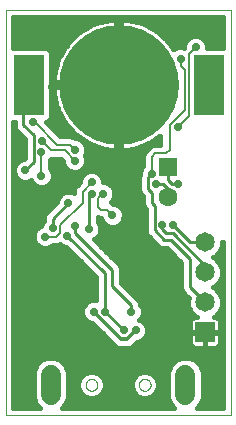
<source format=gbl>
G75*
%MOIN*%
%OFA0B0*%
%FSLAX25Y25*%
%IPPOS*%
%LPD*%
%AMOC8*
5,1,8,0,0,1.08239X$1,22.5*
%
%ADD10C,0.00000*%
%ADD11C,0.06600*%
%ADD12C,0.40000*%
%ADD13R,0.10000X0.20000*%
%ADD14R,0.06500X0.06500*%
%ADD15C,0.06500*%
%ADD16R,0.06299X0.06299*%
%ADD17C,0.06299*%
%ADD18C,0.01600*%
%ADD19C,0.02775*%
%ADD20C,0.01200*%
%ADD21C,0.01000*%
%ADD22C,0.00800*%
D10*
X0035145Y0060631D02*
X0035145Y0195631D01*
X0110145Y0195631D01*
X0110145Y0060631D01*
X0035145Y0060631D01*
X0061817Y0070631D02*
X0061819Y0070719D01*
X0061825Y0070807D01*
X0061835Y0070895D01*
X0061849Y0070983D01*
X0061866Y0071069D01*
X0061888Y0071155D01*
X0061913Y0071239D01*
X0061943Y0071323D01*
X0061975Y0071405D01*
X0062012Y0071485D01*
X0062052Y0071564D01*
X0062096Y0071641D01*
X0062143Y0071716D01*
X0062193Y0071788D01*
X0062247Y0071859D01*
X0062303Y0071926D01*
X0062363Y0071992D01*
X0062425Y0072054D01*
X0062491Y0072114D01*
X0062558Y0072170D01*
X0062629Y0072224D01*
X0062701Y0072274D01*
X0062776Y0072321D01*
X0062853Y0072365D01*
X0062932Y0072405D01*
X0063012Y0072442D01*
X0063094Y0072474D01*
X0063178Y0072504D01*
X0063262Y0072529D01*
X0063348Y0072551D01*
X0063434Y0072568D01*
X0063522Y0072582D01*
X0063610Y0072592D01*
X0063698Y0072598D01*
X0063786Y0072600D01*
X0063874Y0072598D01*
X0063962Y0072592D01*
X0064050Y0072582D01*
X0064138Y0072568D01*
X0064224Y0072551D01*
X0064310Y0072529D01*
X0064394Y0072504D01*
X0064478Y0072474D01*
X0064560Y0072442D01*
X0064640Y0072405D01*
X0064719Y0072365D01*
X0064796Y0072321D01*
X0064871Y0072274D01*
X0064943Y0072224D01*
X0065014Y0072170D01*
X0065081Y0072114D01*
X0065147Y0072054D01*
X0065209Y0071992D01*
X0065269Y0071926D01*
X0065325Y0071859D01*
X0065379Y0071788D01*
X0065429Y0071716D01*
X0065476Y0071641D01*
X0065520Y0071564D01*
X0065560Y0071485D01*
X0065597Y0071405D01*
X0065629Y0071323D01*
X0065659Y0071239D01*
X0065684Y0071155D01*
X0065706Y0071069D01*
X0065723Y0070983D01*
X0065737Y0070895D01*
X0065747Y0070807D01*
X0065753Y0070719D01*
X0065755Y0070631D01*
X0065753Y0070543D01*
X0065747Y0070455D01*
X0065737Y0070367D01*
X0065723Y0070279D01*
X0065706Y0070193D01*
X0065684Y0070107D01*
X0065659Y0070023D01*
X0065629Y0069939D01*
X0065597Y0069857D01*
X0065560Y0069777D01*
X0065520Y0069698D01*
X0065476Y0069621D01*
X0065429Y0069546D01*
X0065379Y0069474D01*
X0065325Y0069403D01*
X0065269Y0069336D01*
X0065209Y0069270D01*
X0065147Y0069208D01*
X0065081Y0069148D01*
X0065014Y0069092D01*
X0064943Y0069038D01*
X0064871Y0068988D01*
X0064796Y0068941D01*
X0064719Y0068897D01*
X0064640Y0068857D01*
X0064560Y0068820D01*
X0064478Y0068788D01*
X0064394Y0068758D01*
X0064310Y0068733D01*
X0064224Y0068711D01*
X0064138Y0068694D01*
X0064050Y0068680D01*
X0063962Y0068670D01*
X0063874Y0068664D01*
X0063786Y0068662D01*
X0063698Y0068664D01*
X0063610Y0068670D01*
X0063522Y0068680D01*
X0063434Y0068694D01*
X0063348Y0068711D01*
X0063262Y0068733D01*
X0063178Y0068758D01*
X0063094Y0068788D01*
X0063012Y0068820D01*
X0062932Y0068857D01*
X0062853Y0068897D01*
X0062776Y0068941D01*
X0062701Y0068988D01*
X0062629Y0069038D01*
X0062558Y0069092D01*
X0062491Y0069148D01*
X0062425Y0069208D01*
X0062363Y0069270D01*
X0062303Y0069336D01*
X0062247Y0069403D01*
X0062193Y0069474D01*
X0062143Y0069546D01*
X0062096Y0069621D01*
X0062052Y0069698D01*
X0062012Y0069777D01*
X0061975Y0069857D01*
X0061943Y0069939D01*
X0061913Y0070023D01*
X0061888Y0070107D01*
X0061866Y0070193D01*
X0061849Y0070279D01*
X0061835Y0070367D01*
X0061825Y0070455D01*
X0061819Y0070543D01*
X0061817Y0070631D01*
X0079534Y0070631D02*
X0079536Y0070719D01*
X0079542Y0070807D01*
X0079552Y0070895D01*
X0079566Y0070983D01*
X0079583Y0071069D01*
X0079605Y0071155D01*
X0079630Y0071239D01*
X0079660Y0071323D01*
X0079692Y0071405D01*
X0079729Y0071485D01*
X0079769Y0071564D01*
X0079813Y0071641D01*
X0079860Y0071716D01*
X0079910Y0071788D01*
X0079964Y0071859D01*
X0080020Y0071926D01*
X0080080Y0071992D01*
X0080142Y0072054D01*
X0080208Y0072114D01*
X0080275Y0072170D01*
X0080346Y0072224D01*
X0080418Y0072274D01*
X0080493Y0072321D01*
X0080570Y0072365D01*
X0080649Y0072405D01*
X0080729Y0072442D01*
X0080811Y0072474D01*
X0080895Y0072504D01*
X0080979Y0072529D01*
X0081065Y0072551D01*
X0081151Y0072568D01*
X0081239Y0072582D01*
X0081327Y0072592D01*
X0081415Y0072598D01*
X0081503Y0072600D01*
X0081591Y0072598D01*
X0081679Y0072592D01*
X0081767Y0072582D01*
X0081855Y0072568D01*
X0081941Y0072551D01*
X0082027Y0072529D01*
X0082111Y0072504D01*
X0082195Y0072474D01*
X0082277Y0072442D01*
X0082357Y0072405D01*
X0082436Y0072365D01*
X0082513Y0072321D01*
X0082588Y0072274D01*
X0082660Y0072224D01*
X0082731Y0072170D01*
X0082798Y0072114D01*
X0082864Y0072054D01*
X0082926Y0071992D01*
X0082986Y0071926D01*
X0083042Y0071859D01*
X0083096Y0071788D01*
X0083146Y0071716D01*
X0083193Y0071641D01*
X0083237Y0071564D01*
X0083277Y0071485D01*
X0083314Y0071405D01*
X0083346Y0071323D01*
X0083376Y0071239D01*
X0083401Y0071155D01*
X0083423Y0071069D01*
X0083440Y0070983D01*
X0083454Y0070895D01*
X0083464Y0070807D01*
X0083470Y0070719D01*
X0083472Y0070631D01*
X0083470Y0070543D01*
X0083464Y0070455D01*
X0083454Y0070367D01*
X0083440Y0070279D01*
X0083423Y0070193D01*
X0083401Y0070107D01*
X0083376Y0070023D01*
X0083346Y0069939D01*
X0083314Y0069857D01*
X0083277Y0069777D01*
X0083237Y0069698D01*
X0083193Y0069621D01*
X0083146Y0069546D01*
X0083096Y0069474D01*
X0083042Y0069403D01*
X0082986Y0069336D01*
X0082926Y0069270D01*
X0082864Y0069208D01*
X0082798Y0069148D01*
X0082731Y0069092D01*
X0082660Y0069038D01*
X0082588Y0068988D01*
X0082513Y0068941D01*
X0082436Y0068897D01*
X0082357Y0068857D01*
X0082277Y0068820D01*
X0082195Y0068788D01*
X0082111Y0068758D01*
X0082027Y0068733D01*
X0081941Y0068711D01*
X0081855Y0068694D01*
X0081767Y0068680D01*
X0081679Y0068670D01*
X0081591Y0068664D01*
X0081503Y0068662D01*
X0081415Y0068664D01*
X0081327Y0068670D01*
X0081239Y0068680D01*
X0081151Y0068694D01*
X0081065Y0068711D01*
X0080979Y0068733D01*
X0080895Y0068758D01*
X0080811Y0068788D01*
X0080729Y0068820D01*
X0080649Y0068857D01*
X0080570Y0068897D01*
X0080493Y0068941D01*
X0080418Y0068988D01*
X0080346Y0069038D01*
X0080275Y0069092D01*
X0080208Y0069148D01*
X0080142Y0069208D01*
X0080080Y0069270D01*
X0080020Y0069336D01*
X0079964Y0069403D01*
X0079910Y0069474D01*
X0079860Y0069546D01*
X0079813Y0069621D01*
X0079769Y0069698D01*
X0079729Y0069777D01*
X0079692Y0069857D01*
X0079660Y0069939D01*
X0079630Y0070023D01*
X0079605Y0070107D01*
X0079583Y0070193D01*
X0079566Y0070279D01*
X0079552Y0070367D01*
X0079542Y0070455D01*
X0079536Y0070543D01*
X0079534Y0070631D01*
D11*
X0095086Y0067331D02*
X0095086Y0073931D01*
X0050204Y0073931D02*
X0050204Y0067331D01*
D12*
X0072895Y0170631D03*
D13*
X0042895Y0170631D03*
X0102895Y0170631D03*
D14*
X0101645Y0088131D03*
D15*
X0101645Y0098131D03*
X0101645Y0108131D03*
X0101645Y0118131D03*
D16*
X0089145Y0143131D03*
D17*
X0089145Y0133131D03*
D18*
X0081932Y0129117D02*
X0081932Y0121617D01*
X0082374Y0120551D01*
X0083189Y0119735D01*
X0086314Y0116610D01*
X0087380Y0116168D01*
X0088943Y0116168D01*
X0093745Y0111367D01*
X0093745Y0102554D01*
X0094186Y0101488D01*
X0095002Y0100672D01*
X0096119Y0099555D01*
X0095995Y0099255D01*
X0095995Y0097007D01*
X0096855Y0094930D01*
X0098444Y0093341D01*
X0098831Y0093181D01*
X0098158Y0093181D01*
X0097700Y0093058D01*
X0097289Y0092821D01*
X0096954Y0092486D01*
X0096717Y0092076D01*
X0096595Y0091618D01*
X0096595Y0088206D01*
X0101570Y0088206D01*
X0101570Y0088056D01*
X0101720Y0088056D01*
X0101720Y0088206D01*
X0106695Y0088206D01*
X0106695Y0091618D01*
X0106572Y0092076D01*
X0106335Y0092486D01*
X0106000Y0092821D01*
X0105589Y0093058D01*
X0105132Y0093181D01*
X0104458Y0093181D01*
X0104845Y0093341D01*
X0106434Y0094930D01*
X0107295Y0097007D01*
X0107295Y0099255D01*
X0106434Y0101331D01*
X0104845Y0102921D01*
X0104338Y0103131D01*
X0104845Y0103341D01*
X0106434Y0104930D01*
X0107295Y0107007D01*
X0107295Y0109255D01*
X0106434Y0111331D01*
X0104845Y0112921D01*
X0104338Y0113131D01*
X0104845Y0113341D01*
X0106434Y0114930D01*
X0107295Y0117007D01*
X0107295Y0118131D01*
X0107745Y0118131D01*
X0107745Y0063031D01*
X0098847Y0063031D01*
X0099918Y0064102D01*
X0100786Y0066197D01*
X0100786Y0075065D01*
X0099918Y0077160D01*
X0098314Y0078763D01*
X0096219Y0079631D01*
X0093952Y0079631D01*
X0091857Y0078763D01*
X0090253Y0077160D01*
X0089386Y0075065D01*
X0089386Y0066197D01*
X0090253Y0064102D01*
X0091325Y0063031D01*
X0053965Y0063031D01*
X0055036Y0064102D01*
X0055904Y0066197D01*
X0055904Y0075065D01*
X0055036Y0077160D01*
X0053432Y0078763D01*
X0051337Y0079631D01*
X0049070Y0079631D01*
X0046975Y0078763D01*
X0045371Y0077160D01*
X0044504Y0075065D01*
X0044504Y0066197D01*
X0045371Y0064102D01*
X0046443Y0063031D01*
X0037545Y0063031D01*
X0037545Y0158231D01*
X0038182Y0158231D01*
X0038182Y0156617D01*
X0038624Y0155551D01*
X0041620Y0152555D01*
X0041620Y0146207D01*
X0041393Y0145981D01*
X0040954Y0145981D01*
X0039562Y0145404D01*
X0038496Y0144339D01*
X0037920Y0142947D01*
X0037920Y0141440D01*
X0038496Y0140048D01*
X0039562Y0138983D01*
X0040954Y0138406D01*
X0042460Y0138406D01*
X0043529Y0138849D01*
X0043809Y0138173D01*
X0044874Y0137108D01*
X0046266Y0136531D01*
X0047773Y0136531D01*
X0049165Y0137108D01*
X0050230Y0138173D01*
X0050807Y0139565D01*
X0050807Y0141072D01*
X0050230Y0142464D01*
X0049820Y0142875D01*
X0049820Y0145575D01*
X0050201Y0145956D01*
X0053610Y0145956D01*
X0054420Y0145146D01*
X0054420Y0144565D01*
X0054996Y0143173D01*
X0056062Y0142108D01*
X0057454Y0141531D01*
X0058960Y0141531D01*
X0060352Y0142108D01*
X0061418Y0143173D01*
X0061994Y0144565D01*
X0061994Y0146072D01*
X0061530Y0147193D01*
X0061994Y0148315D01*
X0061994Y0149822D01*
X0061418Y0151214D01*
X0060352Y0152279D01*
X0058960Y0152856D01*
X0058379Y0152856D01*
X0058231Y0153005D01*
X0057202Y0153431D01*
X0053429Y0153431D01*
X0048554Y0158306D01*
X0049254Y0158596D01*
X0049929Y0159271D01*
X0050295Y0160154D01*
X0050295Y0181108D01*
X0049929Y0181990D01*
X0049254Y0182666D01*
X0048372Y0183031D01*
X0037545Y0183031D01*
X0037545Y0193231D01*
X0107745Y0193231D01*
X0107745Y0183031D01*
X0102307Y0183031D01*
X0102307Y0183884D01*
X0101730Y0185276D01*
X0100665Y0186342D01*
X0099273Y0186918D01*
X0097766Y0186918D01*
X0096374Y0186342D01*
X0095309Y0185276D01*
X0094732Y0183884D01*
X0094732Y0183303D01*
X0094502Y0183073D01*
X0094273Y0183168D01*
X0092766Y0183168D01*
X0091374Y0182592D01*
X0091224Y0182442D01*
X0091035Y0182752D01*
X0090028Y0184138D01*
X0088915Y0185440D01*
X0087704Y0186651D01*
X0086401Y0187764D01*
X0085015Y0188771D01*
X0083555Y0189666D01*
X0082028Y0190444D01*
X0080446Y0191099D01*
X0078817Y0191629D01*
X0077151Y0192029D01*
X0075459Y0192296D01*
X0073751Y0192431D01*
X0073695Y0192431D01*
X0073695Y0171431D01*
X0072095Y0171431D01*
X0072095Y0192431D01*
X0072038Y0192431D01*
X0070330Y0192296D01*
X0068638Y0192029D01*
X0066973Y0191629D01*
X0065343Y0191099D01*
X0063761Y0190444D01*
X0062234Y0189666D01*
X0060774Y0188771D01*
X0059388Y0187764D01*
X0058085Y0186651D01*
X0056874Y0185440D01*
X0055761Y0184138D01*
X0054755Y0182752D01*
X0053859Y0181291D01*
X0053082Y0179765D01*
X0052426Y0178182D01*
X0051897Y0176553D01*
X0051497Y0174887D01*
X0051229Y0173195D01*
X0051095Y0171487D01*
X0051095Y0171431D01*
X0072095Y0171431D01*
X0072095Y0169831D01*
X0073695Y0169831D01*
X0073695Y0148831D01*
X0073751Y0148831D01*
X0075459Y0148965D01*
X0077151Y0149233D01*
X0078817Y0149633D01*
X0080446Y0150163D01*
X0082028Y0150818D01*
X0083555Y0151596D01*
X0085015Y0152491D01*
X0086401Y0153498D01*
X0086645Y0153706D01*
X0086645Y0150618D01*
X0084525Y0150618D01*
X0083496Y0150192D01*
X0082246Y0148942D01*
X0081458Y0148154D01*
X0081032Y0147125D01*
X0081032Y0143500D01*
X0080621Y0143089D01*
X0080045Y0141697D01*
X0080045Y0141057D01*
X0079745Y0140333D01*
X0079745Y0135367D01*
X0080186Y0134301D01*
X0080995Y0133492D01*
X0080995Y0130679D01*
X0081436Y0129613D01*
X0081932Y0129117D01*
X0081682Y0129367D02*
X0073890Y0129367D01*
X0073918Y0129339D02*
X0072852Y0130404D01*
X0071460Y0130981D01*
X0070879Y0130981D01*
X0070418Y0131442D01*
X0070122Y0131565D01*
X0070793Y0132236D01*
X0071369Y0133628D01*
X0071369Y0135134D01*
X0070793Y0136526D01*
X0069727Y0137592D01*
X0068335Y0138168D01*
X0067619Y0138168D01*
X0067619Y0138884D01*
X0067043Y0140276D01*
X0065977Y0141342D01*
X0064585Y0141918D01*
X0063079Y0141918D01*
X0061687Y0141342D01*
X0060621Y0140276D01*
X0060045Y0138884D01*
X0060045Y0138303D01*
X0059184Y0137442D01*
X0058396Y0136654D01*
X0057970Y0135625D01*
X0057970Y0134548D01*
X0056773Y0135043D01*
X0055266Y0135043D01*
X0053874Y0134467D01*
X0052809Y0133401D01*
X0052232Y0132009D01*
X0052232Y0131570D01*
X0048311Y0127649D01*
X0047870Y0126583D01*
X0047870Y0125275D01*
X0047559Y0124964D01*
X0046982Y0123572D01*
X0046124Y0123217D01*
X0045059Y0122151D01*
X0044482Y0120759D01*
X0044482Y0119253D01*
X0045059Y0117861D01*
X0046124Y0116795D01*
X0047516Y0116219D01*
X0049023Y0116219D01*
X0050415Y0116795D01*
X0050826Y0117206D01*
X0052577Y0117206D01*
X0053204Y0117466D01*
X0053562Y0117108D01*
X0054954Y0116531D01*
X0055393Y0116531D01*
X0065307Y0106617D01*
X0065307Y0105261D01*
X0065303Y0105252D01*
X0065307Y0104683D01*
X0065307Y0104117D01*
X0065311Y0104108D01*
X0065345Y0098763D01*
X0065273Y0098793D01*
X0063766Y0098793D01*
X0062374Y0098217D01*
X0061309Y0097151D01*
X0060732Y0095759D01*
X0060732Y0094253D01*
X0061309Y0092861D01*
X0062374Y0091795D01*
X0063766Y0091219D01*
X0064064Y0091219D01*
X0071039Y0084244D01*
X0071883Y0083400D01*
X0072985Y0082943D01*
X0076304Y0082943D01*
X0077406Y0083400D01*
X0078975Y0084969D01*
X0079273Y0084969D01*
X0080665Y0085545D01*
X0081730Y0086611D01*
X0082307Y0088003D01*
X0082307Y0089509D01*
X0081730Y0090901D01*
X0080665Y0091967D01*
X0079726Y0092356D01*
X0080230Y0092861D01*
X0080807Y0094253D01*
X0080807Y0095759D01*
X0080230Y0097151D01*
X0079920Y0097462D01*
X0079920Y0097708D01*
X0079478Y0098774D01*
X0078662Y0099589D01*
X0073607Y0104645D01*
X0073607Y0109395D01*
X0073166Y0110461D01*
X0064539Y0119088D01*
X0065040Y0119295D01*
X0066105Y0120361D01*
X0066682Y0121753D01*
X0066682Y0123259D01*
X0066105Y0124651D01*
X0065795Y0124962D01*
X0065795Y0126545D01*
X0066463Y0126268D01*
X0066991Y0126268D01*
X0067496Y0125048D01*
X0068562Y0123983D01*
X0069954Y0123406D01*
X0071460Y0123406D01*
X0072852Y0123983D01*
X0073918Y0125048D01*
X0074494Y0126440D01*
X0074494Y0127947D01*
X0073918Y0129339D01*
X0074494Y0127768D02*
X0081932Y0127768D01*
X0081932Y0126170D02*
X0074383Y0126170D01*
X0073441Y0124571D02*
X0081932Y0124571D01*
X0081932Y0122973D02*
X0066682Y0122973D01*
X0066525Y0121374D02*
X0082032Y0121374D01*
X0083148Y0119776D02*
X0065521Y0119776D01*
X0065449Y0118177D02*
X0084747Y0118177D01*
X0086389Y0116579D02*
X0067048Y0116579D01*
X0068646Y0114980D02*
X0090131Y0114980D01*
X0091730Y0113382D02*
X0070245Y0113382D01*
X0071843Y0111783D02*
X0093328Y0111783D01*
X0093745Y0110185D02*
X0073280Y0110185D01*
X0073607Y0108586D02*
X0093745Y0108586D01*
X0093745Y0106988D02*
X0073607Y0106988D01*
X0073607Y0105389D02*
X0093745Y0105389D01*
X0093745Y0103791D02*
X0074461Y0103791D01*
X0076059Y0102192D02*
X0093894Y0102192D01*
X0095081Y0100594D02*
X0077658Y0100594D01*
X0079257Y0098995D02*
X0095995Y0098995D01*
X0095995Y0097397D02*
X0079985Y0097397D01*
X0080791Y0095798D02*
X0096495Y0095798D01*
X0097586Y0094200D02*
X0080785Y0094200D01*
X0079971Y0092601D02*
X0097069Y0092601D01*
X0096595Y0091003D02*
X0081629Y0091003D01*
X0082307Y0089404D02*
X0096595Y0089404D01*
X0096595Y0088056D02*
X0096595Y0084644D01*
X0096717Y0084186D01*
X0096954Y0083776D01*
X0097289Y0083441D01*
X0097700Y0083204D01*
X0098158Y0083081D01*
X0101570Y0083081D01*
X0101570Y0088056D01*
X0096595Y0088056D01*
X0096595Y0087806D02*
X0082225Y0087806D01*
X0081327Y0086207D02*
X0096595Y0086207D01*
X0096604Y0084609D02*
X0078615Y0084609D01*
X0076465Y0083010D02*
X0107745Y0083010D01*
X0107745Y0081412D02*
X0037545Y0081412D01*
X0037545Y0083010D02*
X0072824Y0083010D01*
X0070674Y0084609D02*
X0037545Y0084609D01*
X0037545Y0086207D02*
X0069076Y0086207D01*
X0067477Y0087806D02*
X0037545Y0087806D01*
X0037545Y0089404D02*
X0065879Y0089404D01*
X0064280Y0091003D02*
X0037545Y0091003D01*
X0037545Y0092601D02*
X0061568Y0092601D01*
X0060754Y0094200D02*
X0037545Y0094200D01*
X0037545Y0095798D02*
X0060748Y0095798D01*
X0061554Y0097397D02*
X0037545Y0097397D01*
X0037545Y0098995D02*
X0065344Y0098995D01*
X0065333Y0100594D02*
X0037545Y0100594D01*
X0037545Y0102192D02*
X0065323Y0102192D01*
X0065313Y0103791D02*
X0037545Y0103791D01*
X0037545Y0105389D02*
X0065307Y0105389D01*
X0064937Y0106988D02*
X0037545Y0106988D01*
X0037545Y0108586D02*
X0063338Y0108586D01*
X0061740Y0110185D02*
X0037545Y0110185D01*
X0037545Y0111783D02*
X0060141Y0111783D01*
X0058542Y0113382D02*
X0037545Y0113382D01*
X0037545Y0114980D02*
X0056944Y0114980D01*
X0054838Y0116579D02*
X0049893Y0116579D01*
X0046646Y0116579D02*
X0037545Y0116579D01*
X0037545Y0118177D02*
X0044928Y0118177D01*
X0044482Y0119776D02*
X0037545Y0119776D01*
X0037545Y0121374D02*
X0044737Y0121374D01*
X0045880Y0122973D02*
X0037545Y0122973D01*
X0037545Y0124571D02*
X0047396Y0124571D01*
X0047870Y0126170D02*
X0037545Y0126170D01*
X0037545Y0127768D02*
X0048431Y0127768D01*
X0050029Y0129367D02*
X0037545Y0129367D01*
X0037545Y0130965D02*
X0051628Y0130965D01*
X0052462Y0132564D02*
X0037545Y0132564D01*
X0037545Y0134162D02*
X0053570Y0134162D01*
X0049417Y0137359D02*
X0059101Y0137359D01*
X0060075Y0138958D02*
X0050556Y0138958D01*
X0050807Y0140556D02*
X0060901Y0140556D01*
X0060400Y0142155D02*
X0080234Y0142155D01*
X0079837Y0140556D02*
X0066763Y0140556D01*
X0067589Y0138958D02*
X0079745Y0138958D01*
X0079745Y0137359D02*
X0069960Y0137359D01*
X0071110Y0135761D02*
X0079745Y0135761D01*
X0080324Y0134162D02*
X0071369Y0134162D01*
X0070929Y0132564D02*
X0080995Y0132564D01*
X0080995Y0130965D02*
X0071498Y0130965D01*
X0067973Y0124571D02*
X0066138Y0124571D01*
X0065795Y0126170D02*
X0067032Y0126170D01*
X0058026Y0135761D02*
X0037545Y0135761D01*
X0037545Y0137359D02*
X0044622Y0137359D01*
X0039621Y0138958D02*
X0037545Y0138958D01*
X0037545Y0140556D02*
X0038286Y0140556D01*
X0037920Y0142155D02*
X0037545Y0142155D01*
X0037545Y0143753D02*
X0038254Y0143753D01*
X0037545Y0145352D02*
X0039509Y0145352D01*
X0037545Y0146951D02*
X0041620Y0146951D01*
X0041620Y0148549D02*
X0037545Y0148549D01*
X0037545Y0150148D02*
X0041620Y0150148D01*
X0041620Y0151746D02*
X0037545Y0151746D01*
X0037545Y0153345D02*
X0040830Y0153345D01*
X0039231Y0154943D02*
X0037545Y0154943D01*
X0037545Y0156542D02*
X0038213Y0156542D01*
X0038182Y0158140D02*
X0037545Y0158140D01*
X0048720Y0158140D02*
X0055023Y0158140D01*
X0054755Y0158510D02*
X0053859Y0159971D01*
X0053082Y0161497D01*
X0052426Y0163080D01*
X0051897Y0164709D01*
X0051497Y0166375D01*
X0051229Y0168067D01*
X0051095Y0169774D01*
X0051095Y0169831D01*
X0072095Y0169831D01*
X0072095Y0148831D01*
X0072038Y0148831D01*
X0070330Y0148965D01*
X0068638Y0149233D01*
X0066973Y0149633D01*
X0065343Y0150163D01*
X0063761Y0150818D01*
X0062234Y0151596D01*
X0060774Y0152491D01*
X0059388Y0153498D01*
X0058085Y0154610D01*
X0056874Y0155822D01*
X0055761Y0157124D01*
X0054755Y0158510D01*
X0054002Y0159739D02*
X0050123Y0159739D01*
X0050295Y0161337D02*
X0053163Y0161337D01*
X0052486Y0162936D02*
X0050295Y0162936D01*
X0050295Y0164534D02*
X0051954Y0164534D01*
X0051555Y0166133D02*
X0050295Y0166133D01*
X0050295Y0167731D02*
X0051282Y0167731D01*
X0051130Y0169330D02*
X0050295Y0169330D01*
X0050295Y0170928D02*
X0072095Y0170928D01*
X0072095Y0169330D02*
X0073695Y0169330D01*
X0073695Y0167731D02*
X0072095Y0167731D01*
X0072095Y0166133D02*
X0073695Y0166133D01*
X0073695Y0164534D02*
X0072095Y0164534D01*
X0072095Y0162936D02*
X0073695Y0162936D01*
X0073695Y0161337D02*
X0072095Y0161337D01*
X0072095Y0159739D02*
X0073695Y0159739D01*
X0073695Y0158140D02*
X0072095Y0158140D01*
X0072095Y0156542D02*
X0073695Y0156542D01*
X0073695Y0154943D02*
X0072095Y0154943D01*
X0072095Y0153345D02*
X0073695Y0153345D01*
X0073695Y0151746D02*
X0072095Y0151746D01*
X0072095Y0150148D02*
X0073695Y0150148D01*
X0080400Y0150148D02*
X0083451Y0150148D01*
X0083800Y0151746D02*
X0086645Y0151746D01*
X0086645Y0153345D02*
X0086190Y0153345D01*
X0082246Y0148942D02*
X0082246Y0148942D01*
X0081853Y0148549D02*
X0061994Y0148549D01*
X0061860Y0150148D02*
X0065390Y0150148D01*
X0061989Y0151746D02*
X0060886Y0151746D01*
X0059599Y0153345D02*
X0057410Y0153345D01*
X0057753Y0154943D02*
X0051917Y0154943D01*
X0050319Y0156542D02*
X0056259Y0156542D01*
X0061630Y0146951D02*
X0081032Y0146951D01*
X0081032Y0145352D02*
X0061994Y0145352D01*
X0061658Y0143753D02*
X0081032Y0143753D01*
X0073695Y0172527D02*
X0072095Y0172527D01*
X0072095Y0174125D02*
X0073695Y0174125D01*
X0073695Y0175724D02*
X0072095Y0175724D01*
X0072095Y0177322D02*
X0073695Y0177322D01*
X0073695Y0178921D02*
X0072095Y0178921D01*
X0072095Y0180519D02*
X0073695Y0180519D01*
X0073695Y0182118D02*
X0072095Y0182118D01*
X0072095Y0183716D02*
X0073695Y0183716D01*
X0073695Y0185315D02*
X0072095Y0185315D01*
X0072095Y0186913D02*
X0073695Y0186913D01*
X0073695Y0188512D02*
X0072095Y0188512D01*
X0072095Y0190110D02*
X0073695Y0190110D01*
X0073695Y0191709D02*
X0072095Y0191709D01*
X0067307Y0191709D02*
X0037545Y0191709D01*
X0037545Y0190110D02*
X0063106Y0190110D01*
X0060417Y0188512D02*
X0037545Y0188512D01*
X0037545Y0186913D02*
X0058392Y0186913D01*
X0056767Y0185315D02*
X0037545Y0185315D01*
X0037545Y0183716D02*
X0055455Y0183716D01*
X0054366Y0182118D02*
X0049802Y0182118D01*
X0050295Y0180519D02*
X0053466Y0180519D01*
X0052732Y0178921D02*
X0050295Y0178921D01*
X0050295Y0177322D02*
X0052147Y0177322D01*
X0051698Y0175724D02*
X0050295Y0175724D01*
X0050295Y0174125D02*
X0051376Y0174125D01*
X0051176Y0172527D02*
X0050295Y0172527D01*
X0049820Y0145352D02*
X0054214Y0145352D01*
X0054756Y0143753D02*
X0049820Y0143753D01*
X0050358Y0142155D02*
X0056014Y0142155D01*
X0078482Y0191709D02*
X0107745Y0191709D01*
X0107745Y0190110D02*
X0082683Y0190110D01*
X0085372Y0188512D02*
X0107745Y0188512D01*
X0107745Y0186913D02*
X0099285Y0186913D01*
X0097754Y0186913D02*
X0087397Y0186913D01*
X0089022Y0185315D02*
X0095347Y0185315D01*
X0094732Y0183716D02*
X0090334Y0183716D01*
X0101692Y0185315D02*
X0107745Y0185315D01*
X0107745Y0183716D02*
X0102307Y0183716D01*
X0107117Y0116579D02*
X0107745Y0116579D01*
X0107745Y0114980D02*
X0106455Y0114980D01*
X0107745Y0113382D02*
X0104886Y0113382D01*
X0105983Y0111783D02*
X0107745Y0111783D01*
X0107745Y0110185D02*
X0106909Y0110185D01*
X0107295Y0108586D02*
X0107745Y0108586D01*
X0107745Y0106988D02*
X0107287Y0106988D01*
X0107745Y0105389D02*
X0106624Y0105389D01*
X0107745Y0103791D02*
X0105295Y0103791D01*
X0105574Y0102192D02*
X0107745Y0102192D01*
X0107745Y0100594D02*
X0106740Y0100594D01*
X0107295Y0098995D02*
X0107745Y0098995D01*
X0107745Y0097397D02*
X0107295Y0097397D01*
X0107745Y0095798D02*
X0106794Y0095798D01*
X0107745Y0094200D02*
X0105704Y0094200D01*
X0106220Y0092601D02*
X0107745Y0092601D01*
X0107745Y0091003D02*
X0106695Y0091003D01*
X0106695Y0089404D02*
X0107745Y0089404D01*
X0107745Y0087806D02*
X0106695Y0087806D01*
X0106695Y0088056D02*
X0101720Y0088056D01*
X0101720Y0083081D01*
X0105132Y0083081D01*
X0105589Y0083204D01*
X0106000Y0083441D01*
X0106335Y0083776D01*
X0106572Y0084186D01*
X0106695Y0084644D01*
X0106695Y0088056D01*
X0106695Y0086207D02*
X0107745Y0086207D01*
X0107745Y0084609D02*
X0106685Y0084609D01*
X0107745Y0079813D02*
X0037545Y0079813D01*
X0037545Y0078215D02*
X0046426Y0078215D01*
X0045146Y0076616D02*
X0037545Y0076616D01*
X0037545Y0075018D02*
X0044504Y0075018D01*
X0044504Y0073419D02*
X0037545Y0073419D01*
X0037545Y0071820D02*
X0044504Y0071820D01*
X0044504Y0070222D02*
X0037545Y0070222D01*
X0037545Y0068623D02*
X0044504Y0068623D01*
X0044504Y0067025D02*
X0037545Y0067025D01*
X0037545Y0065426D02*
X0044823Y0065426D01*
X0045646Y0063828D02*
X0037545Y0063828D01*
X0054762Y0063828D02*
X0090527Y0063828D01*
X0089705Y0065426D02*
X0055584Y0065426D01*
X0055904Y0067025D02*
X0061214Y0067025D01*
X0061312Y0066927D02*
X0062917Y0066262D01*
X0064655Y0066262D01*
X0066261Y0066927D01*
X0067490Y0068156D01*
X0068155Y0069762D01*
X0068155Y0071500D01*
X0067490Y0073105D01*
X0066261Y0074334D01*
X0064655Y0074999D01*
X0062917Y0074999D01*
X0061312Y0074334D01*
X0060083Y0073105D01*
X0059418Y0071500D01*
X0059418Y0069762D01*
X0060083Y0068156D01*
X0061312Y0066927D01*
X0059889Y0068623D02*
X0055904Y0068623D01*
X0055904Y0070222D02*
X0059418Y0070222D01*
X0059551Y0071820D02*
X0055904Y0071820D01*
X0055904Y0073419D02*
X0060396Y0073419D01*
X0055904Y0075018D02*
X0089386Y0075018D01*
X0089386Y0073419D02*
X0084893Y0073419D01*
X0085206Y0073105D02*
X0083977Y0074334D01*
X0082372Y0074999D01*
X0080634Y0074999D01*
X0079028Y0074334D01*
X0077799Y0073105D01*
X0077134Y0071500D01*
X0077134Y0069762D01*
X0077799Y0068156D01*
X0079028Y0066927D01*
X0080634Y0066262D01*
X0082372Y0066262D01*
X0083977Y0066927D01*
X0085206Y0068156D01*
X0085871Y0069762D01*
X0085871Y0071500D01*
X0085206Y0073105D01*
X0085739Y0071820D02*
X0089386Y0071820D01*
X0089386Y0070222D02*
X0085871Y0070222D01*
X0085400Y0068623D02*
X0089386Y0068623D01*
X0089386Y0067025D02*
X0084075Y0067025D01*
X0078931Y0067025D02*
X0066358Y0067025D01*
X0067683Y0068623D02*
X0077606Y0068623D01*
X0077134Y0070222D02*
X0068155Y0070222D01*
X0068022Y0071820D02*
X0077267Y0071820D01*
X0078113Y0073419D02*
X0067176Y0073419D01*
X0055261Y0076616D02*
X0090028Y0076616D01*
X0091308Y0078215D02*
X0053981Y0078215D01*
X0098863Y0078215D02*
X0107745Y0078215D01*
X0107745Y0076616D02*
X0100143Y0076616D01*
X0100786Y0075018D02*
X0107745Y0075018D01*
X0107745Y0073419D02*
X0100786Y0073419D01*
X0100786Y0071820D02*
X0107745Y0071820D01*
X0107745Y0070222D02*
X0100786Y0070222D01*
X0100786Y0068623D02*
X0107745Y0068623D01*
X0107745Y0067025D02*
X0100786Y0067025D01*
X0100466Y0065426D02*
X0107745Y0065426D01*
X0107745Y0063828D02*
X0099644Y0063828D01*
X0101570Y0084609D02*
X0101720Y0084609D01*
X0101720Y0086207D02*
X0101570Y0086207D01*
X0101570Y0087806D02*
X0101720Y0087806D01*
D19*
X0106395Y0093131D03*
X0106395Y0103131D03*
X0106395Y0112506D03*
X0093270Y0100006D03*
X0083270Y0100006D03*
X0077020Y0095006D03*
X0078520Y0088756D03*
X0074520Y0088756D03*
X0068270Y0095006D03*
X0064520Y0095006D03*
X0064520Y0088131D03*
X0063520Y0105943D03*
X0055707Y0120318D03*
X0058270Y0123443D03*
X0062895Y0122506D03*
X0070707Y0127193D03*
X0067582Y0134381D03*
X0063832Y0134381D03*
X0063832Y0138131D03*
X0058207Y0145318D03*
X0058207Y0149068D03*
X0056020Y0131256D03*
X0050770Y0122818D03*
X0048270Y0120006D03*
X0046957Y0127506D03*
X0047020Y0140318D03*
X0041707Y0142193D03*
X0047020Y0148131D03*
X0047270Y0151881D03*
X0044145Y0158131D03*
X0050707Y0170006D03*
X0056395Y0192506D03*
X0072645Y0192506D03*
X0072145Y0177193D03*
X0088895Y0192506D03*
X0093520Y0179381D03*
X0098520Y0183131D03*
X0102895Y0183443D03*
X0105145Y0192506D03*
X0092582Y0156568D03*
X0083832Y0140943D03*
X0085395Y0137506D03*
X0092582Y0137506D03*
X0090770Y0124068D03*
X0087332Y0124068D03*
X0076020Y0111881D03*
X0053270Y0082818D03*
X0056395Y0064381D03*
X0072645Y0064381D03*
X0088895Y0064381D03*
X0105145Y0064381D03*
X0106395Y0079381D03*
X0040145Y0064381D03*
X0038895Y0101256D03*
X0038895Y0117506D03*
X0040145Y0192506D03*
D20*
X0064520Y0095006D02*
X0073582Y0085943D01*
X0075707Y0085943D01*
X0078520Y0088756D01*
D21*
X0074520Y0088756D02*
X0068270Y0095006D01*
X0068207Y0104693D01*
X0068207Y0107818D01*
X0055707Y0120318D01*
X0058270Y0121256D02*
X0058270Y0123443D01*
X0058270Y0121256D02*
X0070707Y0108818D01*
X0070707Y0103443D01*
X0077020Y0097131D01*
X0077020Y0095006D01*
X0096645Y0112568D02*
X0090145Y0119068D01*
X0087957Y0119068D01*
X0084832Y0122193D01*
X0084832Y0130318D01*
X0083895Y0131256D01*
X0083895Y0134693D01*
X0082645Y0135943D01*
X0082645Y0139756D01*
X0083832Y0140943D01*
X0085395Y0137506D02*
X0087582Y0137506D01*
X0089145Y0135943D01*
X0089145Y0133131D01*
X0086645Y0133131D01*
X0090707Y0137506D02*
X0089145Y0139068D01*
X0089145Y0143131D01*
X0090707Y0137506D02*
X0092582Y0137506D01*
X0090770Y0124068D02*
X0096707Y0118131D01*
X0101645Y0118131D01*
X0096645Y0112568D02*
X0096645Y0103131D01*
X0101645Y0098131D01*
X0101645Y0108131D02*
X0101645Y0110381D01*
X0090770Y0121256D01*
X0088582Y0121256D01*
X0087332Y0122506D01*
X0087332Y0124068D01*
X0063832Y0134381D02*
X0062895Y0133443D01*
X0062895Y0122506D01*
X0056020Y0131256D02*
X0050770Y0126006D01*
X0050770Y0122818D01*
X0041707Y0142193D02*
X0044520Y0145006D01*
X0044520Y0153756D01*
X0041082Y0157193D01*
X0041082Y0168818D01*
X0042895Y0170631D01*
X0041707Y0169443D01*
D22*
X0044145Y0158131D02*
X0044770Y0158131D01*
X0052270Y0150631D01*
X0056645Y0150631D01*
X0058207Y0149068D01*
X0054770Y0148756D02*
X0058207Y0145318D01*
X0054770Y0148756D02*
X0050395Y0148756D01*
X0047270Y0151881D01*
X0047020Y0148131D02*
X0047020Y0140318D01*
X0060770Y0131256D02*
X0053270Y0123756D01*
X0053270Y0121256D01*
X0052020Y0120006D01*
X0048270Y0120006D01*
X0060770Y0131256D02*
X0060770Y0135068D01*
X0063832Y0138131D01*
X0067582Y0134381D02*
X0066020Y0132818D01*
X0066020Y0130068D01*
X0067020Y0129068D01*
X0068832Y0129068D01*
X0070707Y0127193D01*
X0083832Y0140943D02*
X0083832Y0146568D01*
X0085082Y0147818D01*
X0088520Y0147818D01*
X0089770Y0149068D01*
X0089770Y0157193D01*
X0094770Y0162193D01*
X0094770Y0175631D01*
X0093520Y0176881D01*
X0093520Y0179381D01*
X0096332Y0180943D02*
X0098520Y0183131D01*
X0096332Y0180943D02*
X0096332Y0160318D01*
X0092582Y0156568D01*
M02*

</source>
